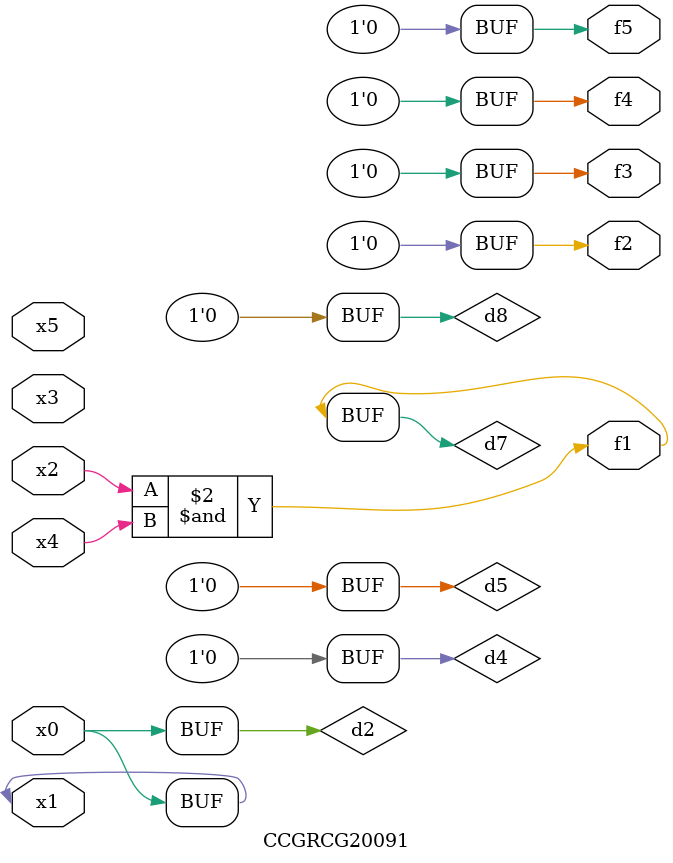
<source format=v>
module CCGRCG20091(
	input x0, x1, x2, x3, x4, x5,
	output f1, f2, f3, f4, f5
);

	wire d1, d2, d3, d4, d5, d6, d7, d8, d9;

	nand (d1, x1);
	buf (d2, x0, x1);
	nand (d3, x2, x4);
	and (d4, d1, d2);
	and (d5, d1, d2);
	nand (d6, d1, d3);
	not (d7, d3);
	xor (d8, d5);
	nor (d9, d5, d6);
	assign f1 = d7;
	assign f2 = d8;
	assign f3 = d8;
	assign f4 = d8;
	assign f5 = d8;
endmodule

</source>
